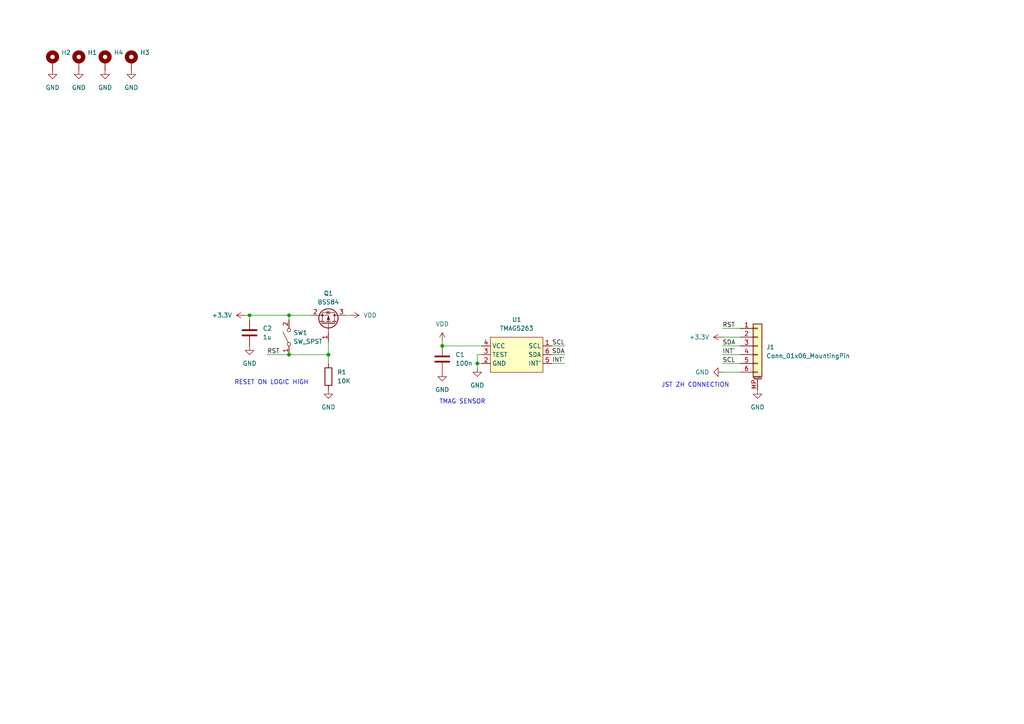
<source format=kicad_sch>
(kicad_sch (version 20250114) (generator "eeschema") (generator_version "9.0")
  (paper "A4")
  (title_block (title "Finger Cluster Board") (date "2025-04-19") (rev "1") (comment 1 "github: cinnamondev"))
  (lib_symbols
    (symbol "Connector_Generic_MountingPin:Conn_01x06_MountingPin" (pin_names (offset 1.016) (hide yes))
      (property "Reference" "J" (at 0 7.62 0))
      (property "Value" "Conn_01x06_MountingPin" (at 1.27 -10.16 0))
      (symbol "Conn_01x06_MountingPin_1_1"
        (rectangle (start -1.27 6.35) (end 1.27 -8.89) (stroke (width 0.254)) (fill (type background)))
        (rectangle (start -1.27 5.207) (end 0 4.953) (stroke (width 0.1524)))
        (rectangle (start -1.27 2.667) (end 0 2.413) (stroke (width 0.1524)))
        (rectangle (start -1.27 0.127) (end 0 -0.127) (stroke (width 0.1524)))
        (rectangle (start -1.27 -2.413) (end 0 -2.667) (stroke (width 0.1524)))
        (rectangle (start -1.27 -4.953) (end 0 -5.207) (stroke (width 0.1524)))
        (rectangle (start -1.27 -7.493) (end 0 -7.747) (stroke (width 0.1524)))
        (polyline (pts (xy -1.016 -9.652) (xy 1.016 -9.652)) (stroke (width 0.1524)))
        (text "Mounting" (at 0 -9.271 0) (effects (font (size 0.381 0.381))))
        (pin passive line (at -5.08 5.08 0) (length 3.81) (name "Pin_1") (number "1"))
        (pin passive line (at -5.08 2.54 0) (length 3.81) (name "Pin_2") (number "2"))
        (pin passive line (at -5.08 0 0) (length 3.81) (name "Pin_3") (number "3"))
        (pin passive line (at -5.08 -2.54 0) (length 3.81) (name "Pin_4") (number "4"))
        (pin passive line (at -5.08 -5.08 0) (length 3.81) (name "Pin_5") (number "5"))
        (pin passive line (at -5.08 -7.62 0) (length 3.81) (name "Pin_6") (number "6"))
        (pin passive line (at 0 -12.7 90) (length 3.048) (name "MountPin") (number "MP"))
      )
    )
    (symbol "Device:C" (pin_numbers (hide yes)) (pin_names (offset 0.254))
      (property "Reference" "C" (at 0.635 2.54 0))
      (property "Value" "C" (at 0.635 -2.54 0))
      (symbol "C_0_1"
        (polyline (pts (xy -2.032 0.762) (xy 2.032 0.762)) (stroke (width 0.508)))
        (polyline (pts (xy -2.032 -0.762) (xy 2.032 -0.762)) (stroke (width 0.508)))
      )
      (symbol "C_1_1"
        (pin passive line (at 0 3.81 270) (length 2.794) (name "~") (number "1"))
        (pin passive line (at 0 -3.81 90) (length 2.794) (name "~") (number "2"))
      )
    )
    (symbol "Device:R" (pin_numbers (hide yes)) (pin_names (offset 0))
      (property "Reference" "R" (at 2.032 0 90))
      (property "Value" "R" (at 0 0 90))
      (symbol "R_0_1"
        (rectangle (start -1.016 -2.54) (end 1.016 2.54) (stroke (width 0.254)))
      )
      (symbol "R_1_1"
        (pin passive line (at 0 3.81 270) (length 1.27) (name "~") (number "1"))
        (pin passive line (at 0 -3.81 90) (length 1.27) (name "~") (number "2"))
      )
    )
    (symbol "Mechanical:MountingHole_Pad" (pin_numbers (hide yes)) (pin_names (offset 1.016) (hide yes)) (in_bom no)
      (property "Reference" "H" (at 0 6.35 0))
      (property "Value" "MountingHole_Pad" (at 0 4.445 0))
      (symbol "MountingHole_Pad_0_1"
        (circle (center 0 1.27) (radius 1.27) (stroke (width 1.27)))
      )
      (symbol "MountingHole_Pad_1_1"
        (pin input line (at 0 -2.54 90) (length 2.54) (name "1") (number "1"))
      )
    )
    (symbol "Switch:SW_SPST" (pin_names (offset 0) (hide yes))
      (property "Reference" "SW" (at 0 3.175 0))
      (property "Value" "SW_SPST" (at 0 -2.54 0))
      (symbol "SW_SPST_0_0"
        (circle (center -2.032 0) (radius 0.508))
        (polyline (pts (xy -1.524 0.254) (xy 1.524 1.778)))
        (circle (center 2.032 0) (radius 0.508))
      )
      (symbol "SW_SPST_1_1"
        (pin passive line (at -5.08 0 0) (length 2.54) (name "A") (number "1"))
        (pin passive line (at 5.08 0 180) (length 2.54) (name "B") (number "2"))
      )
    )
    (symbol "Transistor_FET:BSS84" (pin_names (hide yes))
      (property "Reference" "Q" (at 5.08 1.905 0))
      (property "Value" "BSS84" (at 5.08 0 0))
      (symbol "BSS84_0_1"
        (polyline (pts (xy 0.254 1.905) (xy 0.254 -1.905)) (stroke (width 0.254)))
        (polyline (pts (xy 0.254 0) (xy -2.54 0)))
        (polyline (pts (xy 0.762 2.286) (xy 0.762 1.27)) (stroke (width 0.254)))
        (polyline (pts (xy 0.762 1.778) (xy 3.302 1.778) (xy 3.302 -1.778) (xy 0.762 -1.778)))
        (polyline (pts (xy 0.762 0.508) (xy 0.762 -0.508)) (stroke (width 0.254)))
        (polyline (pts (xy 0.762 -1.27) (xy 0.762 -2.286)) (stroke (width 0.254)))
        (circle (center 1.651 0) (radius 2.794) (stroke (width 0.254)))
        (polyline (pts (xy 2.286 0) (xy 1.27 0.381) (xy 1.27 -0.381) (xy 2.286 0)) (fill (type outline)))
        (polyline (pts (xy 2.54 2.54) (xy 2.54 1.778)))
        (circle (center 2.54 1.778) (radius 0.254) (fill (type outline)))
        (circle (center 2.54 -1.778) (radius 0.254) (fill (type outline)))
        (polyline (pts (xy 2.54 -2.54) (xy 2.54 0) (xy 0.762 0)))
        (polyline (pts (xy 2.794 -0.508) (xy 2.921 -0.381) (xy 3.683 -0.381) (xy 3.81 -0.254)))
        (polyline (pts (xy 3.302 -0.381) (xy 2.921 0.254) (xy 3.683 0.254) (xy 3.302 -0.381)))
      )
      (symbol "BSS84_1_1"
        (pin input line (at -5.08 0 0) (length 2.54) (name "G") (number "1"))
        (pin passive line (at 2.54 5.08 270) (length 2.54) (name "D") (number "3"))
        (pin passive line (at 2.54 -5.08 90) (length 2.54) (name "S") (number "2"))
      )
    )
    (symbol "cluster:TMAG5273"
      (property "Reference" "U" (at 0 0 0))
      (property "Value" "TMAG5263" (at 0 0 0))
      (symbol "TMAG5273_1_1"
        (rectangle (start -7.62 -1.27) (end 7.62 -11.43) (fill (type background)))
        (pin power_in line (at -10.16 -3.81 0) (length 2.54) (name "VCC") (number "4"))
        (pin input line (at -10.16 -6.35 0) (length 2.54) (name "TEST") (number "3"))
        (pin power_in line (at -10.16 -8.89 0) (length 2.54) (name "GND") (number "2"))
        (pin bidirectional line (at 10.16 -3.81 180) (length 2.54) (name "SCL") (number "1"))
        (pin bidirectional line (at 10.16 -6.35 180) (length 2.54) (name "SDA") (number "6"))
        (pin bidirectional line (at 10.16 -8.89 180) (length 2.54) (name "INT'") (number "5"))
      )
    )
    (symbol "power:+3.3V" (power) (pin_numbers (hide yes)) (pin_names (offset 0) (hide yes))
      (property "Value" "+3.3V" (at 0 3.556 0))
      (symbol "+3.3V_0_1"
        (polyline (pts (xy -0.762 1.27) (xy 0 2.54)))
        (polyline (pts (xy 0 2.54) (xy 0.762 1.27)))
        (polyline (pts (xy 0 0) (xy 0 2.54)))
      )
      (symbol "+3.3V_1_1"
        (pin power_in line (at 0 0 90) (length 0) (name "~") (number "1"))
      )
    )
    (symbol "power:GND" (power) (pin_numbers (hide yes)) (pin_names (offset 0) (hide yes))
      (property "Value" "GND" (at 0 -3.81 0))
      (symbol "GND_0_1"
        (polyline (pts (xy 0 0) (xy 0 -1.27) (xy 1.27 -1.27) (xy 0 -2.54) (xy -1.27 -1.27) (xy 0 -1.27)))
      )
      (symbol "GND_1_1"
        (pin power_in line (at 0 0 270) (length 0) (name "~") (number "1"))
      )
    )
    (symbol "power:VDD" (power) (pin_numbers (hide yes)) (pin_names (offset 0) (hide yes))
      (property "Value" "VDD" (at 0 3.556 0))
      (symbol "VDD_0_1"
        (polyline (pts (xy -0.762 1.27) (xy 0 2.54)))
        (polyline (pts (xy 0 2.54) (xy 0.762 1.27)))
        (polyline (pts (xy 0 0) (xy 0 2.54)))
      )
      (symbol "VDD_1_1"
        (pin power_in line (at 0 0 90) (length 0) (name "~") (number "1"))
      )
    )
  )
  (text "RESET ON LOGIC HIGH" (exclude_from_sim yes) (at 78.74 110.998 0) (effects (font (size 1.27 1.27))))
  (text "TMAG SENSOR" (at 134.112 116.586 0) (effects (font (size 1.27 1.27))))
  (text "JST ZH CONNECTION" (at 201.676 111.76 0) (effects (font (size 1.27 1.27))))
  (junction (at 83.82 102.87))
  (junction (at 128.27 100.33))
  (junction (at 95.25 102.87))
  (junction (at 138.43 105.41))
  (junction (at 72.39 91.44))
  (junction (at 83.82 91.44))
  (wire (pts (xy 95.25 99.06) (xy 95.25 102.87)))
  (wire (pts (xy 77.47 102.87) (xy 83.82 102.87)))
  (wire (pts (xy 90.17 91.44) (xy 83.82 91.44)))
  (wire (pts (xy 214.63 102.87) (xy 209.55 102.87)))
  (wire (pts (xy 138.43 105.41) (xy 138.43 106.68)))
  (wire (pts (xy 214.63 105.41) (xy 209.55 105.41)))
  (wire (pts (xy 128.27 99.06) (xy 128.27 100.33)))
  (wire (pts (xy 72.39 91.44) (xy 72.39 92.71)))
  (wire (pts (xy 128.27 100.33) (xy 139.7 100.33)))
  (wire (pts (xy 160.02 105.41) (xy 163.83 105.41)))
  (wire (pts (xy 83.82 91.44) (xy 83.82 92.71)))
  (wire (pts (xy 83.82 102.87) (xy 95.25 102.87)))
  (wire (pts (xy 101.6 91.44) (xy 100.33 91.44)))
  (wire (pts (xy 214.63 95.25) (xy 209.55 95.25)))
  (wire (pts (xy 139.7 102.87) (xy 138.43 102.87)))
  (wire (pts (xy 71.12 91.44) (xy 72.39 91.44)))
  (wire (pts (xy 72.39 91.44) (xy 83.82 91.44)))
  (wire (pts (xy 214.63 107.95) (xy 209.55 107.95)))
  (wire (pts (xy 214.63 100.33) (xy 209.55 100.33)))
  (wire (pts (xy 138.43 102.87) (xy 138.43 105.41)))
  (wire (pts (xy 160.02 100.33) (xy 163.83 100.33)))
  (wire (pts (xy 160.02 102.87) (xy 163.83 102.87)))
  (wire (pts (xy 95.25 102.87) (xy 95.25 105.41)))
  (wire (pts (xy 214.63 97.79) (xy 209.55 97.79)))
  (wire (pts (xy 138.43 105.41) (xy 139.7 105.41)))
  (label "INT'" (at 163.83 105.41 180))
  (label "RST" (at 209.55 95.25 0))
  (label "SCL" (at 209.55 105.41 0))
  (label "INT'" (at 209.55 102.87 0))
  (label "RST" (at 77.47 102.87 0))
  (label "SDA" (at 209.55 100.33 0))
  (label "SDA" (at 163.83 102.87 180))
  (label "SCL" (at 163.83 100.33 180))
  (symbol (lib_id "power:GND") (at 219.71 113.03 0) (unit 1)
    (property "Reference" "#PWR013" (effects (hide yes)))
    (property "Value" "GND" (at 219.71 118.11 0))
    (property "Description" "Power symbol creates a global label with name \"GND\" , ground" (effects (hide yes)))
  )
  (symbol (lib_id "power:GND") (at 128.27 107.95 0) (unit 1)
    (property "Reference" "#PWR010" (effects (hide yes)))
    (property "Value" "GND" (at 128.27 113.03 0))
    (property "Description" "Power symbol creates a global label with name \"GND\" , ground" (effects (hide yes)))
  )
  (symbol (lib_id "power:+3.3V") (at 209.55 97.79 90) (unit 1)
    (property "Reference" "#PWR012" (effects (hide yes)))
    (property "Value" "+3.3V" (at 205.74 97.7899 90) (effects (justify left)))
    (property "Description" "Power symbol creates a global label with name \"+3.3V\"" (effects (hide yes)))
  )
  (symbol (lib_id "power:GND") (at 30.48 20.32 0) (unit 1)
    (property "Reference" "#PWR03" (effects (hide yes)))
    (property "Value" "GND" (at 30.48 25.4 0))
    (property "Description" "Power symbol creates a global label with name \"GND\" , ground" (effects (hide yes)))
  )
  (symbol (lib_id "Device:C") (at 72.39 96.52 0) (unit 1)
    (property "Reference" "C2" (at 76.2 95.2499 0) (effects (justify left)))
    (property "Value" "1u" (at 76.2 97.7899 0) (effects (justify left)))
    (property "Footprint" "Capacitor_SMD:C_0805_2012Metric_Pad1.18x1.45mm_HandSolder" (effects (hide yes)))
    (property "Description" "Unpolarized capacitor" (effects (hide yes)))
  )
  (symbol (lib_id "Mechanical:MountingHole_Pad") (at 30.48 17.78 0) (unit 1) (in_bom no)
    (property "Reference" "H4" (at 33.02 15.2399 0) (effects (justify left)))
    (property "Value" "MountingHole_Pad" (effects (hide yes)))
    (property "Footprint" "MountingHole:MountingHole_2.7mm_M2.5_DIN965_Pad" (effects (hide yes)))
    (property "Description" "Mounting Hole with connection" (effects (hide yes)))
  )
  (symbol (lib_id "Device:R") (at 95.25 109.22 0) (unit 1)
    (property "Reference" "R1" (at 97.79 107.9499 0) (effects (justify left)))
    (property "Value" "10K" (at 97.79 110.4899 0) (effects (justify left)))
    (property "Footprint" "Resistor_SMD:R_0805_2012Metric_Pad1.20x1.40mm_HandSolder" (effects (hide yes)))
    (property "Description" "Resistor" (effects (hide yes)))
  )
  (symbol (lib_id "power:GND") (at 15.24 20.32 0) (unit 1)
    (property "Reference" "#PWR01" (effects (hide yes)))
    (property "Value" "GND" (at 15.24 25.4 0))
    (property "Description" "Power symbol creates a global label with name \"GND\" , ground" (effects (hide yes)))
  )
  (symbol (lib_id "power:VDD") (at 128.27 99.06 0) (unit 1)
    (property "Reference" "#PWR08" (effects (hide yes)))
    (property "Value" "VDD" (at 128.27 93.98 0))
    (property "Description" "Power symbol creates a global label with name \"VDD\"" (effects (hide yes)))
  )
  (symbol (lib_id "Switch:SW_SPST") (at 83.82 97.79 90) (unit 1)
    (property "Reference" "SW1" (at 85.09 96.5199 90) (effects (justify right)))
    (property "Value" "SW_SPST" (at 85.09 99.0599 90) (effects (justify right)))
    (property "Footprint" "Button_Switch_SMD:SW_Push_SPST_NO_Alps_SKRK" (effects (hide yes)))
    (property "Description" "Single Pole Single Throw (SPST) switch" (effects (hide yes)))
  )
  (symbol (lib_id "power:GND") (at 22.86 20.32 0) (unit 1)
    (property "Reference" "#PWR02" (effects (hide yes)))
    (property "Value" "GND" (at 22.86 25.4 0))
    (property "Description" "Power symbol creates a global label with name \"GND\" , ground" (effects (hide yes)))
  )
  (symbol (lib_id "power:GND") (at 72.39 100.33 0) (unit 1)
    (property "Reference" "#PWR014" (effects (hide yes)))
    (property "Value" "GND" (at 72.39 105.41 0))
    (property "Description" "Power symbol creates a global label with name \"GND\" , ground" (effects (hide yes)))
  )
  (symbol (lib_id "power:GND") (at 95.25 113.03 0) (unit 1)
    (property "Reference" "#PWR06" (effects (hide yes)))
    (property "Value" "GND" (at 95.25 118.11 0))
    (property "Description" "Power symbol creates a global label with name \"GND\" , ground" (effects (hide yes)))
  )
  (symbol (lib_id "Connector_Generic_MountingPin:Conn_01x06_MountingPin") (at 219.71 100.33 0) (unit 1)
    (property "Reference" "J1" (at 222.25 100.6855 0) (effects (justify left)))
    (property "Value" "Conn_01x06_MountingPin" (at 222.25 103.2255 0) (effects (justify left)))
    (property "Footprint" "Connector_JST:JST_ZH_S6B-ZR-SM4A-TF_1x06-1MP_P1.50mm_Horizontal" (effects (hide yes)))
    (property "Description" "Generic connectable mounting pin connector, single row, 01x06, script generated (kicad-library-utils/schlib/autogen/connector/)" (effects (hide yes)))
  )
  (symbol (lib_id "power:GND") (at 209.55 107.95 270) (unit 1)
    (property "Reference" "#PWR011" (effects (hide yes)))
    (property "Value" "GND" (at 205.74 107.9499 90) (effects (justify right)))
    (property "Description" "Power symbol creates a global label with name \"GND\" , ground" (effects (hide yes)))
  )
  (symbol (lib_id "power:GND") (at 38.1 20.32 0) (unit 1)
    (property "Reference" "#PWR04" (effects (hide yes)))
    (property "Value" "GND" (at 38.1 25.4 0))
    (property "Description" "Power symbol creates a global label with name \"GND\" , ground" (effects (hide yes)))
  )
  (symbol (lib_id "Mechanical:MountingHole_Pad") (at 22.86 17.78 0) (unit 1) (in_bom no)
    (property "Reference" "H1" (at 25.4 15.2399 0) (effects (justify left)))
    (property "Value" "MountingHole_Pad" (effects (hide yes)))
    (property "Footprint" "MountingHole:MountingHole_2.7mm_M2.5_DIN965_Pad" (effects (hide yes)))
    (property "Description" "Mounting Hole with connection" (effects (hide yes)))
  )
  (symbol (lib_id "Mechanical:MountingHole_Pad") (at 38.1 17.78 0) (unit 1) (in_bom no)
    (property "Reference" "H3" (at 40.64 15.2399 0) (effects (justify left)))
    (property "Value" "MountingHole_Pad" (effects (hide yes)))
    (property "Footprint" "MountingHole:MountingHole_2.7mm_M2.5_DIN965_Pad" (effects (hide yes)))
    (property "Description" "Mounting Hole with connection" (effects (hide yes)))
  )
  (symbol (lib_id "power:GND") (at 138.43 106.68 0) (unit 1)
    (property "Reference" "#PWR09" (effects (hide yes)))
    (property "Value" "GND" (at 138.43 111.76 0))
    (property "Description" "Power symbol creates a global label with name \"GND\" , ground" (effects (hide yes)))
  )
  (symbol (lib_id "Mechanical:MountingHole_Pad") (at 15.24 17.78 0) (unit 1) (in_bom no)
    (property "Reference" "H2" (at 17.78 15.2399 0) (effects (justify left)))
    (property "Value" "MountingHole_Pad" (effects (hide yes)))
    (property "Footprint" "MountingHole:MountingHole_2.7mm_M2.5_DIN965_Pad" (effects (hide yes)))
    (property "Description" "Mounting Hole with connection" (effects (hide yes)))
  )
  (symbol (lib_id "cluster:TMAG5273") (at 149.86 96.52 0) (unit 1)
    (property "Reference" "U1" (at 149.86 92.71 0))
    (property "Value" "TMAG5263" (at 149.86 95.25 0))
    (property "Footprint" "Package_TO_SOT_SMD:SOT-23-6_Handsoldering" (effects (hide yes)))
    (property "Datasheet" "https://www.ti.com/lit/ds/symlink/tmag5273.pdf?ts=1744823431418&ref_url=https%253A%252F%252Fwww.ti.com%252Fproduct%252FTMAG5273" (effects (hide yes)))
  )
  (symbol (lib_id "Device:C") (at 128.27 104.14 0) (unit 1)
    (property "Reference" "C1" (at 132.08 102.8699 0) (effects (justify left)))
    (property "Value" "100n" (at 132.08 105.4099 0) (effects (justify left)))
    (property "Footprint" "Capacitor_SMD:C_0805_2012Metric_Pad1.18x1.45mm_HandSolder" (effects (hide yes)))
    (property "Description" "Unpolarized capacitor" (effects (hide yes)))
  )
  (symbol (lib_id "Transistor_FET:BSS84") (at 95.25 93.98 270) (mirror x) (unit 1)
    (property "Reference" "Q1" (at 95.25 85.09 90))
    (property "Value" "BSS84" (at 95.25 87.63 90))
    (property "Footprint" "Package_TO_SOT_SMD:SOT-23" (effects (hide yes)))
    (property "Datasheet" "http://assets.nexperia.com/documents/data-sheet/BSS84.pdf" (effects (hide yes)))
    (property "Description" "-0.13A Id, -50V Vds, P-Channel MOSFET, SOT-23" (effects (hide yes)))
  )
  (symbol (lib_id "power:VDD") (at 101.6 91.44 270) (unit 1)
    (property "Reference" "#PWR07" (effects (hide yes)))
    (property "Value" "VDD" (at 105.41 91.4399 90) (effects (justify left)))
    (property "Description" "Power symbol creates a global label with name \"VDD\"" (effects (hide yes)))
  )
  (symbol (lib_id "power:+3.3V") (at 71.12 91.44 90) (unit 1)
    (property "Reference" "#PWR05" (effects (hide yes)))
    (property "Value" "+3.3V" (at 67.31 91.4399 90) (effects (justify left)))
    (property "Description" "Power symbol creates a global label with name \"+3.3V\"" (effects (hide yes)))
  )
)
</source>
